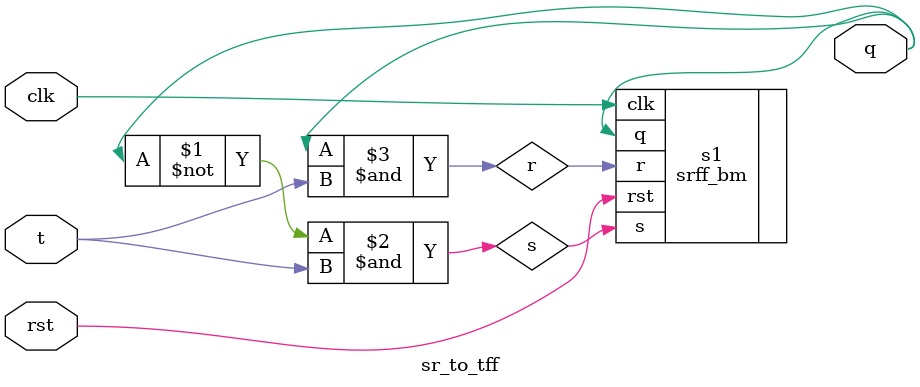
<source format=v>
module sr_to_tff (output q,input clk,rst,t);
	wire s,r;
	and a1 (s,~q,t);
	and a2 (r,q,t);
	srff_bm s1 (.q(q),.clk(clk),.rst(rst),.s(s),.r(r));
endmodule 
</source>
